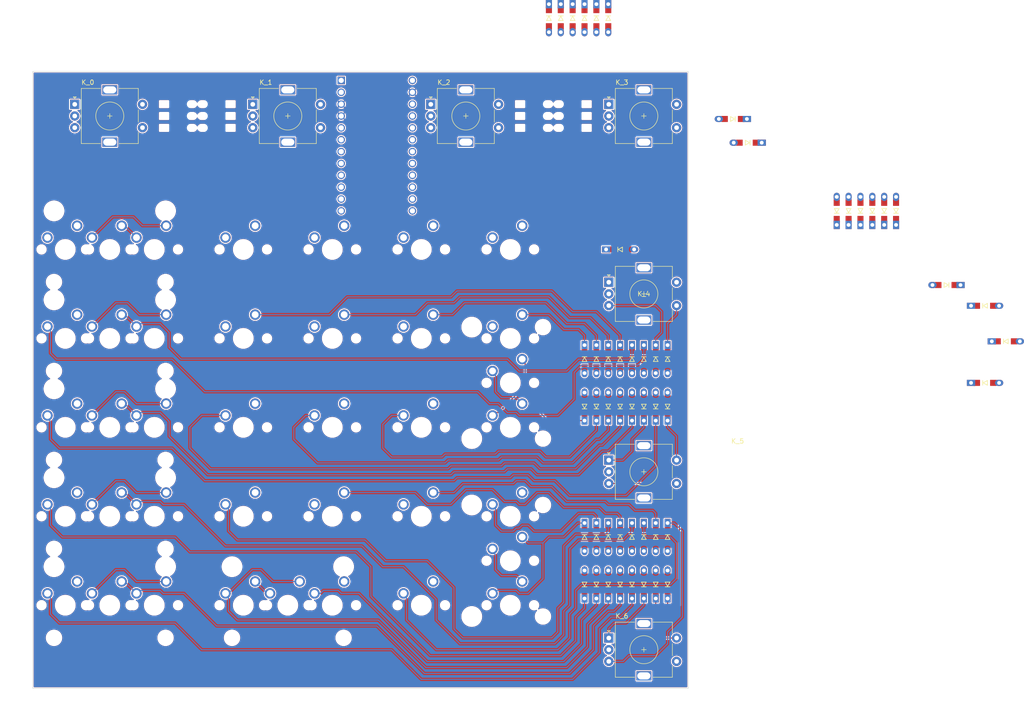
<source format=kicad_pcb>
(kicad_pcb (version 20211014) (generator pcbnew)
  (layers (0 "F.Cu" signal) (31 "B.Cu" signal) (34 "B.Paste" user) (35 "F.Paste" user) (36 "B.SilkS" user "B.Silkscreen") (37 "F.SilkS" user "F.Silkscreen") (38 "B.Mask" user) (39 "F.Mask" user) (44 "Edge.Cuts" user))
  (net 0 "")
  (net 86 "Net-(S_0_1-Pad1)")
  (net 87 "Net-(S_0_1-Pad2)")
  (net 93 "Net-(S_1_1-Pad1)")
  (net 94 "Net-(S_1_1-Pad2)")
  (net 96 "Net-(S_2_1-Pad1)")
  (net 97 "Net-(S_2_1-Pad2)")
  (net 101 "Net-(S_2_5-Pad1)")
  (net 102 "Net-(S_2_5-Pad2)")
  (net 104 "Net-(S_3_1-Pad1)")
  (net 105 "Net-(S_3_1-Pad2)")
  (net 108 "Net-(S_4_1-Pad1)")
  (net 109 "Net-(S_4_1-Pad2)")
  (net 110 "Net-(S_4_2-Pad1)")
  (net 111 "Net-(S_4_2-Pad2)")
  (net 114 "Net-(S_4_5-Pad1)")
  (net 115 "Net-(S_4_5-Pad2)")
  (net 116 "Net-(S_0_0-Pad1)")
  (net 117 "Net-(S_0_2-Pad1)")
  (net 118 "Net-(S_0_3-Pad1)")
  (net 119 "Net-(S_0_4-Pad1)")
  (net 120 "Net-(S_0_5-Pad1)")
  (net 121 "Net-(S_1_0-Pad1)")
  (net 122 "Net-(S_2_0-Pad1)")
  (net 123 "Net-(S_2_2-Pad1)")
  (net 124 "Net-(S_2_3-Pad1)")
  (net 125 "Net-(S_2_4-Pad1)")
  (net 126 "Net-(S_3_0-Pad1)")
  (net 127 "Net-(S_3_2-Pad1)")
  (net 128 "Net-(S_4_0-Pad1)")
  (net 129 "Net-(S_4_3-Pad1)")
  (net 130 "Net-(S_4_4-Pad1)")
  (net 131 "Net-(K_0-PadA)")
  (net 132 "Net-(K_1-PadA)")
  (net 133 "Net-(K_2-PadA)")
  (net 134 "Net-(K_3-PadA)")
  (net 135 "Net-(D_A_4-Pad1)")
  (net 136 "Net-(K_5-PadA)")
  (net 137 "Net-(K_6-PadA)")
  (net 138 "Net-(K_0-PadB)")
  (net 139 "Net-(K_1-PadB)")
  (net 140 "Net-(K_2-PadB)")
  (net 141 "Net-(K_3-PadB)")
  (net 142 "Net-(K_4-PadB)")
  (net 143 "Net-(K_5-PadB)")
  (net 144 "Net-(K_6-PadB)")
  (net 145 "Net-(K_0-PadS2)")
  (net 146 "Net-(K_1-PadS2)")
  (net 147 "Net-(K_2-PadS2)")
  (net 148 "Net-(K_3-PadS2)")
  (net 149 "Net-(D_S_4-Pad1)")
  (net 150 "Net-(K_6-PadS2)")
  (net 151 "Net-(D_3_5-Pad1)")
  (net 153 "GND")
  (net 154 "Net-(D_3_4-Pad1)")
  (net 156 "Net-(K_5-PadS2)")
  (net 158 "Net-(D_3_3-Pad1)")
  (net 161 "Net-(D_1_4-Pad1)")
  (net 162 "Net-(D_1_5-Pad1)")
  (net 165 "Net-(D_1_3-Pad1)")
  (net 167 "Net-(S_1_2-Pad2)")
  (footprint "kbd:D3_TH_SMD_v2" (layer "F.Cu") (at 168.91 100.33 90)
    (fp_text reference "D_4_0" hide)
    (fp_text value "D" hide)
  )
  (footprint "kbd:D3_TH_SMD_v2" (layer "F.Cu") (at 220.345 20.32 90)
    (fp_text reference "D_A_2" hide)
    (fp_text value "D" hide)
  )
  (footprint "kbd:D3_TH_SMD_v2" (layer "F.Cu") (at 161.29 62.23 90)
    (fp_text reference "D_2_4" hide)
    (fp_text value "D" hide)
  )
  (footprint "kbd:D3_TH_SMD_v2" (layer "F.Cu") (at 163.83 52.07 -90)
    (fp_text reference "D_1_3" hide)
    (fp_text value "D" hide)
  )
  (footprint "MX_Only:MXOnly-1U-NoLED" (layer "F.Cu") (at 66.675 104.775)
    (fp_text reference "S_4_1")
    (fp_text value "SW_Push_45deg")
  )
  (footprint "MX_Only:MXOnly-2U-NoSwitch" (layer "F.Cu") (at 95.25 104.775 180)
    (fp_text reference "H_4_2")
    (fp_text value "MountingHole")
  )
  (footprint "kbd:D3_TH_SMD_v2" (layer "F.Cu") (at 236.22 36.195 180)
    (fp_text reference "D_0_3" hide)
    (fp_text value "D" hide)
  )
  (footprint "MX_Only:MXOnly-2U-NoSwitch" (layer "F.Cu") (at 57.15 85.725 180)
    (fp_text reference "H_1_1")
    (fp_text value "MountingHole")
  )
  (footprint "kbd:D3_TH_SMD_v2" (layer "F.Cu") (at 176.53 52.07 -90)
    (fp_text reference "D_S_4" hide)
    (fp_text value "D" hide)
  )
  (footprint "kbd:D3_TH_SMD_v2" (layer "F.Cu") (at 158.75 100.33 90)
    (fp_text reference "D_3_0" hide)
    (fp_text value "D" hide)
  )
  (footprint "kbd:D3_TH_SMD_v2" (layer "F.Cu") (at 168.91 62.23 90)
    (fp_text reference "D_2_1" hide)
    (fp_text value "D" hide)
  )
  (footprint "kbd:D3_TH_SMD_v2" (layer "F.Cu") (at 151.13 -20.955 -90)
    (fp_text reference "D_S_3" hide)
    (fp_text value "D" hide)
  )
  (footprint "MX_Only:MXOnly-1U-NoLED" (layer "F.Cu") (at 142.875 57.15)
    (fp_text reference "S_2_5_1")
    (fp_text value "SW_Push_45deg")
  )
  (footprint "MX_Only:MXOnly-2U-NoSwitch" (layer "F.Cu") (at 142.875 57.15 -90)
    (fp_text reference "H_2_5")
    (fp_text value "MountingHole")
  )
  (footprint "kbd:D3_TH_SMD_v2" (layer "F.Cu") (at 166.37 100.33 90)
    (fp_text reference "D_4_1" hide)
    (fp_text value "D" hide)
  )
  (footprint "kbd:D3_TH_SMD_v2" (layer "F.Cu") (at 173.99 52.07 -90)
    (fp_text reference "D_B_4" hide)
    (fp_text value "D" hide)
  )
  (footprint "kbd:D3_TH_SMD_v2" (layer "F.Cu") (at 166.37 52.07 -90)
    (fp_text reference "D_1_2" hide)
    (fp_text value "D" hide)
  )
  (footprint "kbd:D3_TH_SMD_v2" (layer "F.Cu") (at 222.885 20.32 90)
    (fp_text reference "D_A_1" hide)
    (fp_text value "D" hide)
  )
  (footprint "Rotary_Encoder:RotaryEncoder_Alps_EC11E-Switch_Vertical_H20mm" (layer "F.Cu") (at 125.85108 -2.5)
    (fp_text reference "K_2")
    (fp_text value "RotaryEncoder_Switch")
  )
  (footprint "kbd:D3_TH_SMD_v2" (layer "F.Cu") (at 217.805 20.32 90)
    (fp_text reference "D_A_0" hide)
    (fp_text value "D" hide)
  )
  (footprint "kbd:D3_TH_SMD_v2" (layer "F.Cu") (at 156.21 -20.955 -90)
    (fp_text reference "D_B_0" hide)
    (fp_text value "D" hide)
  )
  (footprint "kbd:D3_TH_SMD_v2" (layer "F.Cu") (at 212.725 20.32 90)
    (fp_text reference "D_S_0" hide)
    (fp_text value "D" hide)
  )
  (footprint "kbd:D3_TH_SMD_v2" (layer "F.Cu") (at 166.37 28.575)
    (fp_text reference "D_A_4" hide)
    (fp_text value "D" hide)
  )
  (footprint "kbd:D3_TH_SMD_v2" (layer "F.Cu") (at 158.75 -20.955 -90)
    (fp_text reference "D_S_2" hide)
    (fp_text value "D" hide)
  )
  (footprint "kbd:D3_TH_SMD_v2" (layer "F.Cu") (at 161.29 52.07 -90)
    (fp_text reference "D_1_4" hide)
    (fp_text value "D" hide)
  )
  (footprint "MX_Only:MXOnly-1U-NoLED" (layer "F.Cu") (at 123.825 104.775)
    (fp_text reference "S_4_4")
    (fp_text value "SW_Push_45deg")
  )
  (footprint "Rotary_Encoder:RotaryEncoder_Alps_EC11E-Switch_Vertical_H20mm" (layer "F.Cu") (at 163.95108 73.7)
    (fp_text reference "K_5")
    (fp_text value "RotaryEncoder_Switch")
  )
  (footprint "MX_Only:MXOnly-1U-NoLED" (layer "F.Cu") (at 47.625 66.675)
    (fp_text reference "S_2_0")
    (fp_text value "SW_Push_45deg")
  )
  (footprint "MX_Only:MXOnly-1U-NoLED" (layer "F.Cu") (at 104.775 104.775)
    (fp_text reference "S_4_3")
    (fp_text value "SW_Push_45deg")
  )
  (footprint "MX_Only:MXOnly-1U-NoLED" (layer "F.Cu") (at 85.725 28.575)
    (fp_text reference "S_0_2")
    (fp_text value "SW_Push_45deg")
  )
  (footprint "kbd:D3_TH_SMD_v2" (layer "F.Cu") (at 168.91 90.17 -90)
    (fp_text reference "D_3_1" hide)
    (fp_text value "D" hide)
  )
  (footprint "kbd:D3_TH_SMD_v2" (layer "F.Cu") (at 215.265 20.32 90)
    (fp_text reference "D_A_3" hide)
    (fp_text value "D" hide)
  )
  (footprint "MX_Only:MXOnly-1U-NoLED" (layer "F.Cu") (at 47.625 47.625)
    (fp_text reference "S_1_0")
    (fp_text value "SW_Push_45deg")
  )
  (footprint "kbd:D3_TH_SMD_v2" (layer "F.Cu") (at 173.99 90.17 -90)
    (fp_text reference "D_3_4" hide)
    (fp_text value "D" hide)
  )
  (footprint "MX_Only:MXOnly-1U-NoLED" (layer "F.Cu") (at 123.825 28.575)
    (fp_text reference "S_0_4")
    (fp_text value "SW_Push_45deg")
  )
  (footprint "MX_Only:MXOnly-2U-NoSwitch" (layer "F.Cu") (at 57.15 47.625 180)
    (fp_text reference "H_2_1")
    (fp_text value "MountingHole")
  )
  (footprint "MX_Only:MXOnly-1U-NoLED" (layer "F.Cu") (at 95.25 104.775)
    (fp_text reference "S_4_2_1")
    (fp_text value "SW_Push_45deg")
  )
  (footprint "MX_Only:MXOnly-1U-NoLED" (layer "F.Cu") (at 142.875 28.575)
    (fp_text reference "S_0_5")
    (fp_text value "SW_Push_45deg")
  )
  (footprint "kbd:D3_TH_SMD_v2" (layer "F.Cu") (at 168.91 52.07 -90)
    (fp_text reference "D_1_1" hide)
    (fp_text value "D" hide)
  )
  (footprint "MX_Only:MXOnly-1U-NoLED" (layer "F.Cu") (at 104.775 85.725)
    (fp_text reference "S_3_3")
    (fp_text value "SW_Push_45deg")
  )
  (footprint "MX_Only:MXOnly-1U-NoLED" (layer "F.Cu") (at 123.825 85.725)
    (fp_text reference "S_3_4")
    (fp_text value "SW_Push_45deg")
  )
  (footprint "kbd:D3_TH_SMD_v2" (layer "F.Cu") (at 244.475 40.64)
    (fp_text reference "D_0_2" hide)
    (fp_text value "D" hide)
  )
  (footprint "Rotary_Encoder:RotaryEncoder_Alps_EC11E-Switch_Vertical_H20mm" (layer "F.Cu") (at 49.65108 -2.5)
    (fp_text reference "K_0")
    (fp_text value "RotaryEncoder_Switch")
  )
  (footprint "kbd:D3_TH_SMD_v2" (layer "F.Cu") (at 158.75 90.17 -90)
    (fp_text reference "D_4_5" hide)
    (fp_text value "D" hide)
  )
  (footprint "MX_Only:MXOnly-1U-NoLED" (layer "F.Cu") (at 85.725 85.725)
    (fp_text reference "S_3_2")
    (fp_text value "SW_Push_45deg")
  )
  (footprint "MX_Only:MXOnly-1U-NoLED" (layer "F.Cu") (at 142.875 66.675)
    (fp_text reference "S_2_5")
    (fp_text value "SW_Push_45deg")
  )
  (footprint "kbd:D3_TH_SMD_v2" (layer "F.Cu") (at 158.75 52.07 -90)
    (fp_text reference "D_1_5" hide)
    (fp_text value "D" hide)
  )
  (footprint "MX_Only:MXOnly-1U-NoLED" (layer "F.Cu") (at 142.875 104.775)
    (fp_text reference "S_4_5")
    (fp_text value "SW_Push_45deg")
  )
  (footprint "kbd:D3_TH_SMD_v2" (layer "F.Cu") (at 244.475 57.15)
    (fp_text reference "D_0_0" hide)
    (fp_text value "D" hide)
  )
  (footprint "kbd:D3_TH_SMD_v2" (layer "F.Cu") (at 171.45 62.23 90)
    (fp_text reference "D_A_5" hide)
    (fp_text value "D" hide)
  )
  (footprint "kbd:D3_TH_SMD_v2" (layer "F.Cu") (at 153.67 -20.955 -90)
    (fp_text reference "D_B_3" hide)
    (fp_text value "D" hide)
  )
  (footprint "MX_Only:MXOnly-1U-NoLED" (layer "F.Cu") (at 47.625 85.725)
    (fp_text reference "S_3_0")
    (fp_text value "SW_Push_45deg")
  )
  (footprint "kbd:D3_TH_SMD_v2" (layer "F.Cu") (at 193.675 5.715 180)
    (fp_text reference "D_0_4" hide)
    (fp_text value "D" hide)
  )
  (footprint "MX_Only:MXOnly-1U-NoLED" (layer "F.Cu") (at 57.15 28.575)
    (fp_text reference "S_0_1_1")
    (fp_text value "SW_Push_45deg")
  )
  (footprint "MX_Only:MXOnly-2U-NoSwitch" (layer "F.Cu") (at 142.875 95.25 -90)
    (fp_text reference "H_4_5")
    (fp_text value "MountingHole")
  )
  (footprint "kbd:D3_TH_SMD_v2" (layer "F.Cu") (at 163.83 -20.955 -90)
    (fp_text reference "D_B_2" hide)
    (fp_text value "D" hide)
  )
  (footprint "MX_Only:MXOnly-2U-NoSwitch" (layer "F.Cu") (at 57.15 28.575 180)
    (fp_text reference "H_0_1")
    (fp_text value "MountingHole")
  )
  (footprint "MX_Only:MXOnly-1U-NoLED" (layer "F.Cu") (at 85.725 47.625)
    (fp_text reference "S_1_2")
    (fp_text value "SW_Push_45deg")
  )
  (footprint "kbd:D3_TH_SMD_v2" (layer "F.Cu") (at 161.29 90.17 -90)
    (fp_text reference "D_3_5" hide)
    (fp_text value "D" hide)
  )
  (footprint "kbd:D3_TH_SMD_v2" (layer "F.Cu") (at 171.45 100.33 90)
    (fp_text reference "D_A_6" hide)
    (fp_text value "D" hide)
  )
  (footprint "MX_Only:MXOnly-1U-NoLED" (layer "F.Cu") (at 85.725 104.775)
    (fp_text reference "S_4_2")
    (fp_text value "SW_Push_45deg")
  )
  (footprint "kbd:D3_TH_SMD_v2" (layer "F.Cu") (at 176.53 90.17 -90)
    (fp_text reference "D_B_6" hide)
    (fp_text value "D" hide)
  )
  (footprint "Rotary_Encoder:RotaryEncoder_Alps_EC11E-Switch_Vertical_H20mm" (layer "F.Cu") (at 163.95108 35.6)
    (fp_text reference "K_4")
    (fp_text value "RotaryEncoder_Switch")
  )
  (footprint "MX_Only:MXOnly-1U-NoLED" (layer "F.Cu") (at 142.875 95.25)
    (fp_text reference "S_4_5_1")
    (fp_text value "SW_Push_45deg")
  )
  (footprint "MX_Only:MXOnly-1U-NoLED" (layer "F.Cu") (at 85.725 66.675)
    (fp_text reference "S_2_2")
    (fp_text value "SW_Push_45deg")
  )
  (footprint "kbd:D3_TH_SMD_v2" (layer "F.Cu") (at 190.5 0.635 180)
    (fp_text reference "D_0_5" hide)
    (fp_text value "D" hide)
  )
  (footprint "kbd:D3_TH_SMD_v2" (layer "F.Cu") (at 176.53 62.23 90)
    (fp_text reference "D_S_5" hide)
    (fp_text value "D" hide)
  )
  (footprint "kbd:D3_TH_SMD_v2" (layer "F.Cu") (at 248.92 48.26)
    (fp_text reference "D_0_1" hide)
    (fp_text value "D" hide)
  )
  (footprint "kbd:D3_TH_SMD_v2" (layer "F.Cu") (at 176.53 100.33 90)
    (fp_text reference "D_B_5" hide)
    (fp_text value "D" hide)
  )
  (footprint "MX_Only:MXOnly-1U-NoLED" (layer "F.Cu") (at 66.675 28.575)
    (fp_text reference "S_0_1")
    (fp_text value "SW_Push_45deg")
  )
  (footprint "MX_Only:MXOnly-1U-NoLED" (layer "F.Cu") (at 66.675 47.625)
    (fp_text reference "S_1_1")
    (fp_text value "SW_Push_45deg")
  )
  (footprint "kbd:D3_TH_SMD_v2" (layer "F.Cu") (at 225.425 20.32 90)
    (fp_text reference "D_S_1" hide)
    (fp_text value "D" hide)
  )
  (footprint "kbd:D3_TH_SMD_v2" (layer "F.Cu") (at 163.83 62.23 90)
    (fp_text reference "D_2_3" hide)
    (fp_text value "D" hide)
  )
  (footprint "kbd:D3_TH_SMD_v2" (layer "F.Cu") (at 163.83 100.33 90)
    (fp_text reference "D_4_2" hide)
    (fp_text value "D" hide)
  )
  (footprint "MX_Only:MXOnly-1U-NoLED" (layer "F.Cu") (at 57.15 47.625)
    (fp_text reference "S_1_1_1")
    (fp_text value "SW_Push_45deg")
  )
  (footprint "Rotary_Encoder:RotaryEncoder_Alps_EC11E-Switch_Vertical_H20mm" (layer "F.Cu") (at 87.75108 -2.5)
    (fp_text reference "K_1")
    (fp_text value "RotaryEncoder_Switch")
  )
  (footprint "MX_Only:MXOnly-1U-NoLED" (layer "F.Cu") (at 123.825 66.675)
    (fp_text reference "S_2_4")
    (fp_text value "SW_Push_45deg")
  )
  (footprint "MX_Only:MXOnly-1U-NoLED" (layer "F.Cu") (at 66.675 85.725)
    (fp_text reference "S_3_1")
    (fp_text value "SW_Push_45deg")
  )
  (footprint "MX_Only:MXOnly-1U-NoLED" (layer "F.Cu") (at 57.15 66.675)
    (fp_text reference "S_2_1_1")
    (fp_text value "SW_Push_45deg")
  )
  (footprint "MX_Only:MXOnly-1U-NoLED" (layer "F.Cu") (at 57.15 85.725)
    (fp_text reference "S_3_1_1")
    (fp_text value "SW_Push_45deg")
  )
  (footprint "MX_Only:MXOnly-1U-NoLED" (layer "F.Cu") (at 104.775 28.575)
    (fp_text reference "S_0_3")
    (fp_text value "SW_Push_45deg")
  )
  (footprint "kbd:D3_TH_SMD_v2" (layer "F.Cu") (at 173.99 62.23 90)
    (fp_text reference "D_2_0" hide)
    (fp_text value "D" hide)
  )
  (footprint "kbd:D3_TH_SMD_v2" (layer "F.Cu") (at 166.37 62.23 90)
    (fp_text reference "D_2_2" hide)
    (fp_text value "D" hide)
  )
  (footprint "promicro:ProMicro-NoSilk" (layer "F.Cu") (at 114.3 6.35 -90)
    (fp_text reference "Controller_0" hide)
    (fp_text value "ProMicro")
  )
  (footprint "MX_Only:MXOnly-1U-NoLED" (layer "F.Cu") (at 142.875 47.625)
    (fp_text reference "S_1_5")
    (fp_text value "SW_Push_45deg")
  )
  (footprint "kbd:D3_TH_SMD_v2" (layer "F.Cu") (at 171.45 90.17 -90)
    (fp_text reference "D_4_4" hide)
    (fp_text value "D" hide)
  )
  (footprint "kbd:D3_TH_SMD_v2" (layer "F.Cu") (at 173.99 100.33 90)
    (fp_text reference "D_S_6" hide)
    (fp_text value "D" hide)
  )
  (footprint "kbd:D3_TH_SMD_v2" (layer "F.Cu") (at 166.37 90.17 -90)
    (fp_text reference "D_3_3" hide)
    (fp_text value "D" hide)
  )
  (footprint "MX_Only:MXOnly-1U-NoLED" (layer "F.Cu") (at 123.825 47.625)
    (fp_text reference "S_1_4")
    (fp_text value "SW_Push_45deg")
  )
  (footprint "MX_Only:MXOnly-1U-NoLED" (layer "F.Cu") (at 142.875 85.725)
    (fp_text reference "S_3_5")
    (fp_text value "SW_Push_45deg")
  )
  (footprint "kbd:D3_TH_SMD_v2" (layer "F.Cu") (at 163.83 90.17 -90)
    (fp_text reference "D_3_2" hide)
    (fp_text value "D" hide)
  )
  (footprint "Rotary_Encoder:RotaryEncoder_Alps_EC11E-Switch_Vertical_H20mm" (layer "F.Cu") (at 163.95108 111.8)
    (fp_text reference "K_6")
    (fp_text value "RotaryEncoder_Switch")
  )
  (footprint "MX_Only:MXOnly-1U-NoLED" (layer "F.Cu") (at 47.625 28.575)
    (fp_text reference "S_0_0")
    (fp_text value "SW_Push_45deg")
  )
  (footprint "MX_Only:MXOnly-1U-NoLED" (layer "F.Cu") (at 57.15 104.775)
    (fp_text reference "S_4_1_1")
    (fp_text value "SW_Push_45deg")
  )
  (footprint "Rotary_Encoder:RotaryEncoder_Alps_EC11E-Switch_Vertical_H20mm" (layer "F.Cu") (at 163.95108 -2.5)
    (fp_text reference "K_3")
    (fp_text value "RotaryEncoder_Switch")
  )
  (footprint "kbd:D3_TH_SMD_v2" (layer "F.Cu") (at 161.29 -20.955 -90)
    (fp_text reference "D_B_1" hide)
    (fp_text value "D" hide)
  )
  (footprint "MX_Only:MXOnly-1U-NoLED" (layer "F.Cu") (at 47.625 104.775)
    (fp_text reference "S_4_0")
    (fp_text value "SW_Push_45deg")
  )
  (footprint "kbd:D3_TH_SMD_v2" (layer "F.Cu") (at 158.75 62.23 90)
    (fp_text reference "D_2_5" hide)
    (fp_text value "D" hide)
  )
  (footprint "MX_Only:MXOnly-1U-NoLED" (layer "F.Cu") (at 104.775 66.675)
    (fp_text reference "S_2_3")
    (fp_text value "SW_Push_45deg")
  )
  (footprint "MX_Only:MXOnly-2U-NoSwitch" (layer "F.Cu") (at 57.15 66.675 180)
    (fp_text reference "H_3_1")
    (fp_text value "MountingHole")
  )
  (footprint "MX_Only:MXOnly-1U-NoLED" (layer "F.Cu") (at 66.675 66.675)
    (fp_text reference "S_2_1")
    (fp_text value "SW_Push_45deg")
  )
  (footprint "kbd:D3_TH_SMD_v2" (layer "F.Cu") (at 161.29 100.33 90)
    (fp_text reference "D_4_3" hide)
    (fp_text value "D" hide)
  )
  (footprint "MX_Only:MXOnly-1U-NoLED" (layer "F.Cu") (at 104.775 47.625)
    (fp_text reference "S_1_3")
    (fp_text value "SW_Push_45deg")
  )
  (footprint "MX_Only:MXOnly-2U-NoSwitch" (layer "F.Cu") (at 57.15 104.775 180)
    (fp_text reference "H_4_1")
    (fp_text value "MountingHole")
  )
  (footprint "kbd:D3_TH_SMD_v2" (layer "F.Cu") (at 171.45 52.07 -90)
    (fp_text reference "D_1_0" hide)
    (fp_text value "D" hide)
  )
  (gr_rect (start 180.975 122.555) (end 40.64 -9.525) (layer "Edge.Cuts") (width 0.1) (fill none))
  (segment (start 59.69 23.495) (end 60.325 23.495) (width 0.2286) (layer "B.Cu") (net 86))
  (segment (start 60.325 23.495) (end 62.865 26.035) (width 0.2286) (layer "B.Cu") (net 86))
  (segment (start 64.135 23.495) (end 69.215 23.495) (width 0.2286) (layer "B.Cu") (net 87))
  (segment (start 57.785 21.59) (end 62.23 21.59) (width 0.2286) (layer "B.Cu") (net 87))
  (segment (start 53.34 26.035) (end 57.785 21.59) (width 0.2286) (layer "B.Cu") (net 87))
  (segment (start 62.23 21.59) (end 64.135 23.495) (width 0.2286) (layer "B.Cu") (net 87))
  (segment (start 67.945 44.45) (end 69.85 46.355) (width 0.2286) (layer "B.Cu") (net 93))
  (segment (start 69.85 46.355) (end 69.85 49.53) (width 0.2286) (layer "B.Cu") (net 93))
  (segment (start 142.24 52.07) (end 144.78 54.61) (width 0.2286) (layer "B.Cu") (net 93))
  (segment (start 168.91 51.435) (end 168.91 49.07) (width 0.2286) (layer "B.Cu") (net 93))
  (segment (start 72.39 52.07) (end 142.24 52.07) (width 0.2286) (layer "B.Cu") (net 93))
  (segment (start 63.5 44.45) (end 67.945 44.45) (width 0.2286) (layer "B.Cu") (net 93))
  (segment (start 154.94 54.61) (end 157.48 52.07) (width 0.2286) (layer "B.Cu") (net 93))
  (segment (start 62.865 45.085) (end 63.5 44.45) (width 0.2286) (layer "B.Cu") (net 93))
  (segment (start 144.78 54.61) (end 154.94 54.61) (width 0.2286) (layer "B.Cu") (net 93))
  (segment (start 69.85 49.53) (end 72.39 52.07) (width 0.2286) (layer "B.Cu") (net 93))
  (segment (start 60.325 42.545) (end 62.865 45.085) (width 0.2286) (layer "B.Cu") (net 93))
  (segment (start 59.69 42.545) (end 60.325 42.545) (width 0.2286) (layer "B.Cu") (net 93))
  (segment (start 157.48 52.07) (end 168.275 52.07) (width 0.2286) (layer "B.Cu") (net 93))
  (segment (start 168.275 52.07) (end 168.91 51.435) (width 0.2286) (layer "B.Cu") (net 93))
  (segment (start 53.34 45.085) (end 58.42 40.005) (width 0.2286) (layer "B.Cu") (net 94))
  (segment (start 60.96 40.005) (end 63.5 42.545) (width 0.2286) (layer "B.Cu") (net 94))
  (segment (start 63.5 42.545) (end 69.215 42.545) (width 0.2286) (layer "B.Cu") (net 94))
  (segment (start 58.42 40.005) (end 60.96 40.005) (width 0.2286) (layer "B.Cu") (net 94))
  (segment (start 148.59 76.835) (end 157.48 76.835) (width 0.2286) (layer "B.Cu") (net 96))
  (segment (start 69.85 65.405) (end 69.85 68.58) (width 0.2286) (layer "B.Cu") (net 96))
  (segment (start 130.81 76.2) (end 141.605 76.2) (width 0.2286) (layer "B.Cu") (net 96))
  (segment (start 78.105 76.835) (end 130.175 76.835) (width 0.2286) (layer "B.Cu") (net 96))
  (segment (start 141.605 76.2) (end 142.24 75.565) (width 0.2286) (layer "B.Cu") (net 96))
  (segment (start 147.32 75.565) (end 148.59 76.835) (width 0.2286) (layer "B.Cu") (net 96))
  (segment (start 62.865 64.135) (end 63.5 63.5) (width 0.2286) (layer "B.Cu") (net 96))
  (segment (start 162.56 71.755) (end 163.83 71.755) (width 0.2286) (layer "B.Cu") (net 96))
  (segment (start 59.69 61.595) (end 60.325 61.595) (width 0.2286) (layer "B.Cu") (net 96))
  (segment (start 168.91 66.675) (end 168.91 65.23) (width 0.2286) (layer "B.Cu") (net 96))
  (segment (start 142.24 75.565) (end 147.32 75.565) (width 0.2286) (layer "B.Cu") (net 96))
  (segment (start 69.85 68.58) (end 78.105 76.835) (width 0.2286) (layer "B.Cu") (net 96))
  (segment (start 163.83 71.755) (end 168.91 66.675) (width 0.2286) (layer "B.Cu") (net 96))
  (segment (start 130.175 76.835) (end 130.81 76.2) (width 0.2286) (layer "B.Cu") (net 96))
  (segment (start 157.48 76.835) (end 162.56 71.755) (width 0.2286) (layer "B.Cu") (net 96))
  (segment (start 63.5 63.5) (end 67.945 63.5) (width 0.2286) (layer "B.Cu") (net 96))
  (segment (start 67.945 63.5) (end 69.85 65.405) (width 0.2286) (layer "B.Cu") (net 96))
  (segment (start 60.325 61.595) (end 62.865 64.135) (width 0.2286) (layer "B.Cu") (net 96))
  (segment (start 58.42 59.055) (end 60.325 59.055) (width 0.2286) (layer "B.Cu") (net 97))
  (segment (start 60.325 59.055) (end 62.865 61.595) (width 0.2286) (layer "B.Cu") (net 97))
  (segment (start 53.34 64.135) (end 58.42 59.055) (width 0.2286) (layer "B.Cu") (net 97))
  (segment (start 62.865 61.595) (end 69.215 61.595) (width 0.2286) (layer "B.Cu") (net 97))
  (segment (start 146.05 58.42) (end 147.955 60.325) (width 0.2286) (layer "F.Cu") (net 101))
  (segment (start 146.05 52.705) (end 146.05 58.42) (width 0.2286) (layer "F.Cu") (net 101))
  (segment (start 139.065 64.135) (end 139.7 63.5) (width 0.2286) (layer "F.Cu") (net 101))
  (segment (start 147.955 62.23) (end 149.86 64.135) (width 0.2286) (layer "F.Cu") (net 101))
  (segment (start 144.78 59.69) (end 146.05 58.42) (width 0.2286) (layer "F.Cu") (net 101))
  (segment (start 145.415 52.07) (end 146.05 52.705) (width 0.2286) (layer "F.Cu") (net 101))
  (segment (start 144.145 59.69) (end 144.78 59.69) (width 0.2286) (layer "F.Cu") (net 101))
  (segment (start 147.955 60.325) (end 147.955 62.23) (width 0.2286) (layer "F.Cu") (net 101))
  (segment (start 150.955 65.23) (end 158.75 65.23) (width 0.2286) (layer "F.Cu") (net 101))
  (segment (start 149.86 64.135) (end 150.955 65.23) (width 0.2286) (layer "F.Cu") (net 101))
  (segment (start 139.7 63.5) (end 140.335 63.5) (width 0.2286) (layer "F.Cu") (net 101))
  (segment (start 140.335 63.5) (end 144.145 59.69) (width 0.2286) (layer "F.Cu") (net 101))
  (segment (start 139.065 54.61) (end 139.7 55.245) (width 0.2286) (layer "B.Cu") (net 102))
  (segment (start 140.97 60.325) (end 144.145 60.325) (width 0.2286) (layer "B.Cu") (net 102))
  (segment (start 139.7 55.245) (end 139.7 59.055) (width 0.2286) (layer "B.Cu") (net 102))
  (segment (start 144.145 60.325) (end 145.415 61.595) (width 0.2286) (layer "B.Cu") (net 102))
  (segment (start 139.7 59.055) (end 140.97 60.325) (width 0.2286) (layer "B.Cu") (net 102))
  (segment (start 63.5 82.55) (end 67.945 82.55) (width 0.2286) (layer "B.Cu") (net 104))
  (segment (start 168.91 88.9) (end 168.91 87.17) (width 0.2286) (layer "B.Cu") (net 104))
  (segment (start 60.325 80.645) (end 62.865 83.185) (width 0.2286) (layer "B.Cu") (net 104))
  (segment (start 120.015 96.52) (end 127 103.505) (width 0.2286) (layer "B.Cu") (net 104))
  (segment (start 68.58 83.185) (end 73.025 83.185) (width 0.2286) (layer "B.Cu") (net 104))
  (segment (start 127 103.505) (end 127 107.95) (width 0.2286) (layer "B.Cu") (net 104))
  (segment (start 154.305 106.045) (end 155.575 104.775) (width 0.2286) (layer "B.Cu") (net 104))
  (segment (start 155.575 104.775) (end 155.575 92.71) (width 0.2286) (layer "B.Cu") (net 104))
  (segment (start 154.305 111.125) (end 154.305 106.045) (width 0.2286) (layer "B.Cu") (net 104))
  (segment (start 155.575 92.71) (end 157.48 90.805) (width 0.2286) (layer "B.Cu") (net 104))
  (segment (start 167.005 90.805) (end 168.91 88.9) (width 0.2286) (layer "B.Cu") (net 104))
  (segment (start 62.865 83.185) (end 63.5 82.55) (width 0.2286) (layer "B.Cu") (net 104))
  (segment (start 132.08 113.03) (end 152.4 113.03) (width 0.2286) (layer "B.Cu") (net 104))
  (segment (start 59.69 80.645) (end 60.325 80.645) (width 0.2286) (layer "B.Cu") (net 104))
  (segment (start 111.125 92.075) (end 115.57 96.52) (width 0.2286) (layer "B.Cu") (net 104))
  (segment (start 152.4 113.03) (end 154.305 111.125) (width 0.2286) (layer "B.Cu") (net 104))
  (segment (start 73.025 83.185) (end 81.915 92.075) (width 0.2286) (layer "B.Cu") (net 104))
  (segment (start 127 107.95) (end 132.08 113.03) (width 0.2286) (layer "B.Cu") (net 104))
  (segment (start 67.945 82.55) (end 68.58 83.185) (width 0.2286) (layer "B.Cu") (net 104))
  (segment (start 157.48 90.805) (end 167.005 90.805) (width 0.2286) (layer "B.Cu") (net 104))
  (segment (start 81.915 92.075) (end 111.125 92.075) (width 0.2286) (layer "B.Cu") (net 104))
  (segment (start 115.57 96.52) (end 120.015 96.52) (width 0.2286) (layer "B.Cu") (net 104))
  (segment (start 58.42 78.105) (end 60.325 78.105) (width 0.2286) (layer "B.Cu") (net 105))
  (segment (start 53.34 83.185) (end 58.42 78.105) (width 0.2286) (layer "B.Cu") (net 105))
  (segment (start 60.325 78.105) (end 62.865 80.645) (width 0.2286) (layer "B.Cu") (net 105))
  (segment (start 62.865 80.645) (end 69.215 80.645) (width 0.2286) (layer "B.Cu") (net 105))
  (segment (start 59.69 99.695) (end 60.325 99.695) (width 0.2286) (layer "B.Cu") (net 108))
  (segment (start 124.46 119.38) (end 155.575 119.38) (width 0.2286) (layer "B.Cu") (net 108))
  (segment (start 165.1 106.045) (end 166.37 104.775) (width 0.2286) (layer "B.Cu") (net 108))
  (segment (start 155.575 119.38) (end 160.655 114.3) (width 0.2286) (layer "B.Cu") (net 108))
  (segment (start 80.01 109.22) (end 114.3 109.22) (width 0.2286) (layer "B.Cu") (net 108))
  (segment (start 63.5 101.6) (end 67.945 101.6) (width 0.2286) (layer "B.Cu") (net 108))
  (segment (start 160.655 114.3) (end 160.655 109.22) (width 0.2286) (layer "B.Cu") (net 108))
  (segment (start 166.37 104.775) (end 166.37 103.33) (width 0.2286) (layer "B.Cu") (net 108))
  (segment (start 73.025 102.235) (end 80.01 109.22) (width 0.2286) (layer "B.Cu") (net 108))
  (segment (start 62.865 102.235) (end 63.5 101.6) (width 0.2286) (layer "B.Cu") (net 108))
  (segment (start 67.945 101.6) (end 68.58 102.235) (width 0.2286) (layer "B.Cu") (net 108))
  (segment (start 60.325 99.695) (end 62.865 102.235) (width 0.2286) (layer "B.Cu") (net 108))
  (segment (start 114.3 109.22) (end 124.46 119.38) (width 0.2286) (layer "B.Cu") (net 108))
  (segment (start 163.83 106.045) (end 165.1 106.045) (width 0.2286) (layer "B.Cu") (net 108))
  (segment (start 68.58 102.235) (end 73.025 102.235) (width 0.2286) (layer "B.Cu") (net 108))
  (segment (start 160.655 109.22) (end 163.83 106.045) (width 0.2286) (layer "B.Cu") (net 108))
  (segment (start 53.34 102.235) (end 58.42 97.155) (width 0.2286) (layer "B.Cu") (net 109))
  (segment (start 58.42 97.155) (end 60.325 97.155) (width 0.2286) (layer "B.Cu") (net 109))
  (segment (start 62.865 99.695) (end 69.215 99.695) (width 0.2286) (layer "B.Cu") (net 109))
  (segment (start 60.325 97.155) (end 62.865 99.695) (width 0.2286) (layer "B.Cu") (net 109))
  (segment (start 81.915 102.235) (end 82.55 102.87) (width 0.2286) (layer "B.Cu") (net 110))
  (segment (start 84.455 107.95) (end 114.6175 107.95) (width 0.2286) (layer "B.Cu") (net 110))
  (segment (start 92.075 99.695) (end 89.535 97.155) (width 0.2286) (layer "B.Cu") (net 110))
  (segment (start 82.55 102.87) (end 82.55 106.045) (width 0.2286) (layer "B.Cu") (net 110))
  (segment (start 124.7775 118.11) (end 154.94 118.11) (width 0.2286) (layer "B.Cu") (net 110))
  (segment (start 89.535 97.155) (end 87.63 97.155) (width 0.2286) (layer "B.Cu") (net 110))
  (segment (start 163.83 104.4575) (end 163.83 103.33) (width 0.2286) (layer "B.Cu") (net 110))
  (segment (start 114.6175 107.95) (end 124.7775 118.11) (width 0.2286) (layer "B.Cu") (net 110))
  (segment (start 159.385 113.665) (end 159.385 108.9025) (width 0.2286) (layer "B.Cu") (net 110))
  (segment (start 154.94 118.11) (end 159.385 113.665) (width 0.2286) (layer "B.Cu") (net 110))
  (segment (start 82.55 102.235) (end 81.915 102.235) (width 0.2286) (layer "B.Cu") (net 110))
  (segment (start 82.55 106.045) (end 84.455 107.95) (width 0.2286) (layer "B.Cu") (net 110))
  (segment (start 87.63 97.155) (end 82.55 102.235) (width 0.2286) (layer "B.Cu") (net 110))
  (segment (start 159.385 108.9025) (end 163.83 104.4575) (width 0.2286) (layer "B.Cu") (net 110))
  (segment (start 97.79 99.695) (end 92.075 99.695) (width 0.2286) (layer "B.Cu") (net 110))
  (segment (start 90.805 102.235) (end 88.265 99.695) (width 0.2286) (layer "B.Cu") (net 111))
  (segment (start 91.44 102.235) (end 90.805 102.235) (width 0.2286) (layer "B.Cu") (net 111))
  (segment (start 146.685 102.235) (end 144.78 102.235) (width 0.2286) (layer "B.Cu") (net 114))
  (segment (start 149.86 91.44) (end 149.86 99.06) (width 0.2286) (layer "B.Cu") (net 114))
  (segment (start 139.7 101.6) (end 139.065 102.235) (width 0.2286) (layer "B.Cu") (net 114))
  (segment (start 144.78 102.235) (end 144.145 101.6) (width 0.2286) (layer "B.Cu") (net 114))
  (segment (start 149.86 99.06) (end 146.685 102.235) (width 0.2286) (layer "B.Cu") (net 114))
  (segment (start 157.305 87.17) (end 154.305 90.17) (width 0.2286) (layer "B.Cu") (net 114))
  (segment (start 145.415 90.17) (end 146.685 91.44) (width 0.2286) (layer "B.Cu") (net 114))
  (segment (start 151.13 90.17) (end 149.86 91.44) (width 0.2286) (layer "B.Cu") (net 114))
  (segment (start 146.685 91.44) (end 149.86 91.44) (width 0.2286) (layer "B.Cu") (net 114))
  (segment (start 144.145 101.6) (end 139.7 101.6) (width 0.2286) (layer "B.Cu") (net 114))
  (segment (start 158.75 87.17) (end 157.305 87.17) (width 0.2286) (layer "B.Cu") (net 114))
  (segment (start 154.305 90.17) (end 151.13 90.17) (width 0.2286) (layer "B.Cu") (net 114))
  (segment (start 139.065 93.345) (end 139.7 93.98) (width 0.2286) (layer "B.Cu") (net 115))
  (segment (start 139.065 92.71) (end 139.065 93.345) (width 0.2286) (layer "B.Cu") (net 115))
  (segment (start 144.145 98.425) (end 145.415 99.695) (width 0.2286) (layer "B.Cu") (net 115))
  (segment (start 140.97 98.425) (end 144.145 98.425) (width 0.2286) (layer "B.Cu") (net 115))
  (segment (start 139.7 93.98) (end 139.7 97.155) (width 0.2286) (layer "B.Cu") (net 115))
  (segment (start 139.7 97.155) (end 140.97 98.425) (width 0.2286) (layer "B.Cu") (net 115))
  (segment (start 45.72 52.07) (end 44.45 50.8) (width 0.2286) (layer "B.Cu") (net 121))
  (segment (start 140.335 61.595) (end 138.43 61.595) (width 0.2286) (layer "B.Cu") (net 121))
  (segment (start 70.485 52.07) (end 45.72 52.07) (width 0.2286) (layer "B.Cu") (net 121))
  (segment (start 158.115 53.34) (end 156.5275 54.9275) (width 0.2286) (layer "B.Cu") (net 121))
  (segment (start 171.45 52.07) (end 170.18 53.34) (width 0.2286) (layer "B.Cu") (net 121))
  (segment (start 138.43 61.595) (end 135.89 59.055) (width 0.2286) (layer "B.Cu") (net 121))
  (segment (start 156.5275 60.6425) (end 153.035 64.135) (width 0.2286) (layer "B.Cu") (net 121))
  (segment (start 144.78 64.135) (end 144.145 63.5) (width 0.2286) (layer "B.Cu") (net 121))
  (segment (start 144.145 63.5) (end 142.24 63.5) (width 0.2286) (layer "B.Cu") (net 121))
  (segment (start 142.24 63.5) (end 140.335 61.595) (width 0.2286) (layer "B.Cu") (net 121))
  (segment (start 44.45 45.72) (end 43.815 45.085) (width 0.2286) (layer "B.Cu") (net 121))
  (segment (start 153.035 64.135) (end 144.78 64.135) (width 0.2286) (layer "B.Cu") (net 121))
  (segment (start 156.5275 54.9275) (end 156.5275 60.6425) (width 0.2286) (layer "B.Cu") (net 121))
  (segment (start 44.45 50.8) (end 44.45 45.72) (width 0.2286) (layer "B.Cu") (net 121))
  (segment (start 170.18 53.34) (end 158.115 53.34) (width 0.2286) (layer "B.Cu") (net 121))
  (segment (start 171.45 49.07) (end 171.45 52.07) (width 0.2286) (layer "B.Cu") (net 121))
  (segment (start 135.89 59.055) (end 77.47 59.055) (width 0.2286) (layer "B.Cu") (net 121))
  (segment (start 77.47 59.055) (end 70.485 52.07) (width 0.2286) (layer "B.Cu") (net 121))
  (segment (start 173.99 74.93) (end 167.64 81.28) (width 0.2286) (layer "B.Cu") (net 122))
  (segment (start 131.445 77.47) (end 130.81 78.105) (width 0.2286) (layer "B.Cu") (net 122))
  (segment (start 152.4 78.105) (end 147.955 78.105) (width 0.2286) (layer "B.Cu") (net 122))
  (segment (start 147.955 78.105) (end 146.685 76.835) (width 0.2286) (layer "B.Cu") (net 122))
  (segment (start 155.575 81.28) (end 152.4 78.105) (width 0.2286) (layer "B.Cu") (net 122))
  (segment (start 43.815 64.77) (end 43.815 64.135) (width 0.2286) (layer "B.Cu") (net 122))
  (segment (start 77.47 78.105) (end 70.485 71.12) (width 0.2286) (layer "B.Cu") (net 122))
  (segment (start 143.51 76.835) (end 142.875 77.47) (width 0.2286) (layer "B.Cu") (net 122))
  (segment (start 146.685 76.835) (end 143.51 76.835) (width 0.2286) (layer "B.Cu") (net 122))
  (segment (start 70.485 71.12) (end 46.355 71.12) (width 0.2286) (layer "B.Cu") (net 122))
  (segment (start 130.81 78.105) (end 77.47 78.105) (width 0.2286) (layer "B.Cu") (net 122))
  (segment (start 167.64 81.28) (end 155.575 81.28) (width 0.2286) (layer "B.Cu") (net 122))
  (segment (start 44.45 65.405) (end 43.815 64.77) (width 0.2286) (layer "B.Cu") (net 122))
  (segment (start 173.99 65.23) (end 173.99 74.93) (width 0.2286) (layer "B.Cu") (net 122))
  (segment (start 142.875 77.47) (end 131.445 77.47) (width 0.2286) (layer "B.Cu") (net 122))
  (segment (start 44.45 69.215) (end 44.45 65.405) (width 0.2286) (layer "B.Cu") (net 122))
  (segment (start 46.355 71.12) (end 44.45 69.215) (width 0.2286) (layer "B.Cu") (net 122))
  (segment (start 141.605 74.295) (end 147.955 74.295) (width 0.2286) (layer "B.Cu") (net 123))
  (segment (start 78.74 75.565) (end 129.54 75.565) (width 0.2286) (layer "B.Cu") (net 123))
  (segment (start 74.295 66.675) (end 74.295 71.12) (width 0.2286) (layer "B.Cu") (net 123))
  (segment (start 162.56 70.485) (end 166.37 66.675) (width 0.2286) (layer "B.Cu") (net 123))
  (segment (start 74.295 71.12) (end 78.74 75.565) (width 0.2286) (layer "B.Cu") (net 123))
  (segment (start 130.175 74.93) (end 140.97 74.93) (width 0.2286) (layer "B.Cu") (net 123))
  (segment (start 140.97 74.93) (end 141.605 74.295) (width 0.2286) (layer "B.Cu") (net 123))
  (segment (start 147.955 74.295) (end 149.225 75.565) (width 0.2286) (layer "B.Cu") (net 123))
  (segment (start 129.54 75.565) (end 130.175 74.93) (width 0.2286) (layer "B.Cu") (net 123))
  (segment (start 149.225 75.565) (end 156.845 75.565) (width 0.2286) (layer "B.Cu") (net 123))
  (segment (start 76.835 64.135) (end 74.295 66.675) (width 0.2286) (layer "B.Cu") (net 123))
  (segment (start 81.915 64.135) (end 76.835 64.135) (width 0.2286) (layer "B.Cu") (net 123))
  (segment (start 161.925 70.485) (end 162.56 70.485) (width 0.2286) (layer "B.Cu") (net 123))
  (segment (start 156.845 75.565) (end 161.925 70.485) (width 0.2286) (layer "B.Cu") (net 123))
  (segment (start 166.37 66.675) (end 166.37 65.23) (width 0.2286) (layer "B.Cu") (net 123))
  (segment (start 101.6 74.295) (end 128.905 74.295) (width 0.2286) (layer "B.Cu") (net 124))
  (segment (start 128.905 74.295) (end 129.54 73.66) (width 0.2286) (layer "B.Cu") (net 124))
  (segment (start 96.52 69.215) (end 101.6 74.295) (width 0.2286) (layer "B.Cu") (net 124))
  (segment (start 161.925 69.215) (end 163.83 67.31) (width 0.2286) (layer "B.Cu") (net 124))
  (segment (start 161.29 69.215) (end 161.925 69.215) (width 0.2286) (layer "B.Cu") (net 124))
  (segment (start 96.52 66.675) (end 96.52 69.215) (width 0.2286) (layer "B.Cu") (net 124))
  (segment (start 140.97 73.025) (end 148.59 73.025) (width 0.2286) (layer "B.Cu") (net 124))
  (segment (start 129.54 73.66) (end 140.335 73.66) (width 0.2286) (layer "B.Cu") (net 124))
  (segment (start 99.06 64.135) (end 96.52 66.675) (width 0.2286) (layer "B.Cu") (net 124))
  (segment (start 148.59 73.025) (end 149.86 74.295) (width 0.2286) (layer "B.Cu") (net 124))
  (segment (start 156.21 74.295) (end 161.29 69.215) (width 0.2286) (layer "B.Cu") (net 124))
  (segment (start 100.965 64.135) (end 99.06 64.135) (width 0.2286) (layer "B.Cu") (net 124))
  (segment (start 163.83 67.31) (end 163.83 65.23) (width 0.2286) (layer "B.Cu") (net 124))
  (segment (start 140.335 73.66) (end 140.97 73.025) (width 0.2286) (layer "B.Cu") (net 124))
  (segment (start 149.86 74.295) (end 156.21 74.295) (width 0.2286) (layer "B.Cu") (net 124))
  (segment (start 120.015 64.135) (end 117.475 64.135) (width 0.2286) (layer "B.Cu") (net 125))
  (segment (start 117.475 64.135) (end 115.57 66.04) (width 0.2286) (layer "B.Cu") (net 125))
  (segment (start 140.335 71.755) (end 149.225 71.755) (width 0.2286) (layer "B.Cu") (net 125))
  (segment (start 117.475 73.025) (end 128.27 73.025) (width 0.2286) (layer "B.Cu") (net 125))
  (segment (start 128.27 73.025) (end 128.905 72.39) (width 0.2286) (layer "B.Cu") (net 125))
  (segment (start 115.57 71.12) (end 117.475 73.025) (width 0.2286) (layer "B.Cu") (net 125))
  (segment (start 161.29 67.31) (end 161.29 65.23) (width 0.2286) (layer "B.Cu") (net 125))
  (segment (start 149.225 71.755) (end 150.495 73.025) (width 0.2286) (layer "B.Cu") (net 125))
  (segment (start 139.7 72.39) (end 140.335 71.755) (width 0.2286) (layer "B.Cu") (net 125))
  (segment (start 150.495 73.025) (end 155.575 73.025) (width 0.2286) (layer "B.Cu") (net 125))
  (segment (start 155.575 73.025) (end 161.29 67.31) (width 0.2286) (layer "B.Cu") (net 125))
  (segment (start 115.57 66.04) (end 115.57 71.12) (width 0.2286) (layer "B.Cu") (net 125))
  (segment (start 128.905 72.39) (end 139.7 72.39) (width 0.2286) (layer "B.Cu") (net 125))
  (segment (start 46.99 90.17) (end 44.45 87.63) (width 0.2286) (layer "B.Cu") (net 126))
  (segment (start 158.75 105.41) (end 156.845 107.315) (width 0.2286) (layer "B.Cu") (net 126))
  (segment (start 156.845 112.395) (end 153.67 115.57) (width 0.2286) (layer "B.Cu") (net 126))
  (segment (start 109.855 93.345) (end 74.295 93.345) (width 0.2286) (layer "B.Cu") (net 126))
  (segment (start 71.12 90.17) (end 46.99 90.17) (width 0.2286) (layer "B.Cu") (net 126))
  (segment (start 156.845 107.315) (end 156.845 112.395) (width 0.2286) (layer "B.Cu") (net 126))
  (segment (start 74.295 93.345) (end 71.12 90.17) (width 0.2286) (layer "B.Cu") (net 126))
  (segment (start 153.67 115.57) (end 125.73 115.57) (width 0.2286) (layer "B.Cu") (net 126))
  (segment (start 113.03 102.87) (end 113.03 96.52) (width 0.2286) (layer "B.Cu") (net 126))
  (segment (start 125.73 115.57) (end 113.03 102.87) (width 0.2286) (layer "B.Cu") (net 126))
  (segment (start 113.03 96.52) (end 109.855 93.345) (width 0.2286) (layer "B.Cu") (net 126))
  (segment (start 44.45 83.82) (end 43.815 83.185) (width 0.2286) (layer "B.Cu") (net 126))
  (segment (start 158.75 103.33) (end 158.75 105.41) (width 0.2286) (layer "B.Cu") (net 126))
  (segment (start 44.45 87.63) (end 44.45 83.82) (width 0.2286) (layer "B.Cu") (net 126))
  (segment (start 82.55 83.82) (end 82.55 88.9) (width 0.2286) (layer "B.Cu") (net 127))
  (segment (start 116.205 95.25) (end 125.095 95.25) (width 0.2286) (layer "B.Cu") (net 127))
  (segment (start 130.81 109.855) (end 132.715 111.76) (width 0.2286) (layer "B.Cu") (net 127))
  (segment (start 154.305 104.14) (end 154.305 92.075) (width 0.2286) (layer "B.Cu") (net 127))
  (segment (start 84.455 90.805) (end 111.76 90.805) (width 0.2286) (layer "B.Cu") (net 127))
  (segment (start 82.55 88.9) (end 84.455 90.805) (width 0.2286) (layer "B.Cu") (net 127))
  (segment (start 153.035 110.49) (end 153.035 105.41) (width 0.2286) (layer "B.Cu") (net 127))
  (segment (start 163.83 88.9) (end 163.83 87.17) (width 0.2286) (layer "B.Cu") (net 127))
  (segment (start 111.76 90.805) (end 116.205 95.25) (width 0.2286) (layer "B.Cu") (net 127))
  (segment (start 153.035 105.41) (end 154.305 104.14) (width 0.2286) (layer "B.Cu") (net 127))
  (segment (start 154.305 92.075) (end 156.845 89.535) (width 0.2286) (layer "B.Cu") (net 127))
  (segment (start 125.095 95.25) (end 130.81 100.965) (width 0.2286) (layer "B.Cu") (net 127))
  (segment (start 81.915 83.185) (end 82.55 83.82) (width 0.2286) (layer "B.Cu") (net 127))
  (segment (start 130.81 100.965) (end 130.81 109.855) (width 0.2286) (layer "B.Cu") (net 127))
  (segment (start 163.195 89.535) (end 163.83 88.9) (width 0.2286) (layer "B.Cu") (net 127))
  (segment (start 151.765 111.76) (end 153.035 110.49) (width 0.2286) (layer "B.Cu") (net 127))
  (segment (start 156.845 89.535) (end 163.195 89.535) (width 0.2286) (layer "B.Cu") (net 127))
  (segment (start 132.715 111.76) (end 151.765 111.76) (width 0.2286) (layer "B.Cu") (net 127))
  (segment (start 117.475 114.3) (end 76.835 114.3) (width 0.2286) (layer "B.Cu") (net 128))
  (segment (start 76.835 114.3) (end 71.12 108.585) (width 0.2286) (layer "B.Cu") (net 128))
  (segment (start 166.37 107.315) (end 164.465 107.315) (width 0.2286) (layer "B.Cu") (net 128))
  (segment (start 168.91 104.775) (end 166.37 107.315) (width 0.2286) (layer "B.Cu") (net 128))
  (segment (start 161.925 109.855) (end 161.925 114.935) (width 0.2286) (layer "B.Cu") (net 128))
  (segment (start 161.925 114.935) (end 156.21 120.65) (width 0.2286) (layer "B.Cu") (net 128))
  (segment (start 168.91 103.33) (end 168.91 104.775) (width 0.2286) (layer "B.Cu") (net 128))
  (segment (start 123.825 120.65) (end 117.475 114.3) (width 0.2286) (layer "B.Cu") (net 128))
  (segment (start 46.355 108.585) (end 44.45 106.68) (width 0.2286) (layer "B.Cu") (net 128))
  (segment (start 71.12 108.585) (end 46.355 108.585) (width 0.2286) (layer "B.Cu") (net 128))
  (segment (start 44.45 102.87) (end 43.815 102.235) (width 0.2286) (layer "B.Cu") (net 128))
  (segment (start 44.45 106.68) (end 44.45 102.87) (width 0.2286) (layer "B.Cu") (net 128))
  (segment (start 156.21 120.65) (end 123.825 120.65) (width 0.2286) (layer "B.Cu") (net 128))
  (segment (start 164.465 107.315) (end 161.925 109.855) (width 0.2286) (layer "B.Cu") (net 128))
  (segment (start 106.045 101.6) (end 106.68 102.235) (width 0.2286) (layer "B.Cu") (net 129))
  (segment (start 125.095 116.84) (end 154.305 116.84) (width 0.2286) (layer "B.Cu") (net 129))
  (segment (start 110.49 102.235) (end 125.095 116.84) (width 0.2286) (layer "B.Cu") (net 129))
  (segment (start 102.235 102.235) (end 102.87 101.6) (width 0.2286) (layer "B.Cu") (net 129))
  (segment (start 106.68 102.235) (end 110.49 102.235) (width 0.2286) (layer "B.Cu") (net 129))
  (segment (start 154.305 116.84) (end 158.115 113.03) (width 0.2286) (layer "B.Cu") (net 129))
  (segment (start 158.115 107.95) (end 161.29 104.775) (width 0.2286) (layer "B.Cu") (net 129))
  (segment (start 102.87 101.6) (end 106.045 101.6) (width 0.2286) (layer "B.Cu") (net 129))
  (segment (start 161.29 104.775) (end 161.29 103.33) (width 0.2286) (layer "B.Cu") (net 129))
  (segment (start 158.115 113.03) (end 158.115 107.95) (width 0.2286) (layer "B.Cu") (net 129))
  (segment (start 100.965 102.235) (end 102.235 102.235) (width 0.2286) (layer "B.Cu") (net 129))
  (segment (start 155.575 111.76) (end 153.035 114.3) (width 0.2286) (layer "B.Cu") (net 130))
  (segment (start 177.165 100.33) (end 158.115 100.33) (width 0.2286) (layer "B.Cu") (net 130))
  (segment (start 158.115 100.33) (end 156.845 101.6) (width 0.2286) (layer "B.Cu") (net 130))
  (segment (start 156.845 101.6) (end 156.845 105.41) (width 0.2286) (layer "B.Cu") (net 130))
  (segment (start 153.035 114.3) (end 127 114.3) (width 0.2286) (layer "B.Cu") (net 130))
  (segment (start 171.45 87.17) (end 171.45 89.535) (width 0.2286) (layer "B.Cu") (net 130))
  (segment (start 127 114.3) (end 120.65 107.95) (width 0.2286) (layer "B.Cu") (net 130))
  (segment (start 120.65 107.95) (end 120.65 102.87) (width 0.2286) (layer "B.Cu") (net 130))
  (segment (start 171.45 89.535) (end 172.085 90.17) (width 0.2286) (layer "B.Cu") (net 130))
  (segment (start 120.65 102.87) (end 120.015 102.235) (width 0.2286) (layer "B.Cu") (net 130))
  (segment (start 172.085 90.17) (end 177.165 90.17) (width 0.2286) (layer "B.Cu") (net 130))
  (segment (start 177.165 90.17) (end 178.435 91.44) (width 0.2286) (layer "B.Cu") (net 130))
  (segment (start 178.435 99.06) (end 177.165 100.33) (width 0.2286) (layer "B.Cu") (net 130))
  (segment (start 178.435 91.44) (end 178.435 99.06) (width 0.2286) (layer "B.Cu") (net 130))
  (segment (start 155.575 106.68) (end 155.575 111.76) (width 0.2286) (layer "B.Cu") (net 130))
  (segment (start 156.845 105.41) (end 155.575 106.68) (width 0.2286) (layer "B.Cu") (net 130))
  (segment (start 168.91 69.215) (end 171.45 66.675) (width 0.2286) (layer "B.Cu") (net 136))
  (segment (start 168.91 71.755) (end 168.91 69.215) (width 0.2286) (layer "B.Cu") (net 136))
  (segment (start 163.95108 73.7) (end 166.965 73.7) (width 0.2286) (layer "B.Cu") (net 136))
  (segment (start 166.965 73.7) (end 168.91 71.755) (width 0.2286) (layer "B.Cu") (net 136))
  (segment (start 171.45 66.675) (end 171.45 65.23) (width 0.2286) (layer "B.Cu") (net 136))
  (segment (start 167.64 108.585) (end 171.45 104.775) (width 0.2286) (layer "B.Cu") (net 137))
  (segment (start 163.95108 111.8) (end 163.95108 109.73392) (width 0.2286) (layer "B.Cu") (net 137))
  (segment (start 165.1 108.585) (end 167.64 108.585) (width 0.2286) (layer "B.Cu") (net 137))
  (segment (start 163.95108 109.73392) (end 165.1 108.585) (width 0.2286) (layer "B.Cu") (net 137))
  (segment (start 171.45 104.775) (end 171.45 103.33) (width 0.2286) (layer "B.Cu") (net 137))
  (segment (start 175.26 41.91) (end 175.26 46.355) (width 0.2286) (layer "B.Cu") (net 142))
  (segment (start 173.99 47.625) (end 173.99 49.07) (width 0.2286) (layer "B.Cu") (net 142))
  (segment (start 163.95108 40.6) (end 173.95 40.6) (width 0.2286) (layer "B.Cu") (net 142))
  (segment (start 175.26 46.355) (end 173.99 47.625) (width 0.2286) (layer "B.Cu") (net 142))
  (segment (start 173.95 40.6) (end 175.26 41.91) (width 0.2286) (layer "B.Cu") (net 142))
  (segment (start 178.435 105.41) (end 179.07 104.775) (width 0.2286) (layer "F.Cu") (net 143))
  (segment (start 177.165 105.41) (end 178.435 105.41) (width 0.2286) (layer "F.Cu") (net 143))
  (segment (start 176.53 104.775) (end 177.165 105.41) (width 0.2286) (layer "F.Cu") (net 143))
  (segment (start 176.53 103.33) (end 176.53 104.775) (width 0.2286) (layer "F.Cu") (net 143))
  (segment (start 179.07 104.775) (end 179.07 85.09) (width 0.2286) (layer "F.Cu") (net 143))
  (segment (start 172.68 78.7) (end 163.95108 78.7) (width 0.2286) (layer "F.Cu") (net 143))
  (segment (start 179.07 85.09) (end 172.68 78.7) (width 0.2286) (layer "F.Cu") (net 143))
  (segment (start 167.045 116.8) (end 168.275 115.57) (width 0.2286) (layer "B.Cu") (net 144))
  (segment (start 176.53 110.49) (end 179.705 107.315) (width 0.2286) (layer "B.Cu") (net 144))
  (segment (start 163.95108 116.8) (end 167.045 116.8) (width 0.2286) (layer "B.Cu") (net 144))
  (segment (start 173.99 115.57) (end 176.53 113.03) (width 0.2286) (layer "B.Cu") (net 144))
  (segment (start 168.275 115.57) (end 173.99 115.57) (width 0.2286) (layer "B.Cu") (net 144))
  (segment (start 179.705 88.9) (end 177.975 87.17) (width 0.2286) (layer "B.Cu") (net 144))
  (segment (start 176.53 113.03) (end 176.53 110.49) (width 0.2286) (layer "B.Cu") (net 144))
  (segment (start 177.975 87.17) (end 176.53 87.17) (width 0.2286) (layer "B.Cu") (net 144))
  (segment (start 179.705 107.315) (end 179.705 88.9) (width 0.2286) (layer "B.Cu") (net 144))
  (segment (start 176.53 49.07) (end 176.53 44.45) (width 0.2286) (layer "B.Cu") (net 149))
  (segment (start 176.53 44.45) (end 178.45108 42.52892) (width 0.2286) (layer "B.Cu") (net 149))
  (segment (start 178.45108 42.52892) (end 178.45108 40.6) (width 0.2286) (layer "B.Cu") (net 149))
  (segment (start 173.99 104.775) (end 175.26 106.045) (width 0.2286) (layer "F.Cu") (net 150))
  (segment (start 173.99 103.33) (end 173.99 104.775) (width 0.2286) (layer "F.Cu") (net 150))
  (segment (start 175.935 111.8) (end 178.45108 111.8) (width 0.2286) (layer "F.Cu") (net 150))
  (segment (start 175.26 111.125) (end 175.935 111.8) (width 0.2286) (layer "F.Cu") (net 150))
  (segment (start 175.26 106.045) (end 175.26 111.125) (width 0.2286) (layer "F.Cu") (net 150))
  (segment (start 147.955 88.9) (end 153.67 88.9) (width 0.2286) (layer "B.Cu") (net 151))
  (segment (start 145.415 87.63) (end 146.685 87.63) (width 0.2286) (layer "B.Cu") (net 151))
  (segment (start 146.685 87.63) (end 147.955 88.9) (width 0.2286) (layer "B.Cu") (net 151))
  (segment (start 139.065 83.185) (end 139.7 83.82) (width 0.2286) (layer "B.Cu") (net 151))
  (segment (start 153.67 88.9) (end 157.48 85.09) (width 0.2286) (layer "B.Cu") (net 151))
  (segment (start 139.7 87.63) (end 140.97 88.9) (width 0.2286) (layer "B.Cu") (net 151))
  (segment (start 160.655 85.09) (end 161.29 85.725) (width 0.2286) (layer "B.Cu") (net 151))
  (segment (start 144.145 88.265) (end 144.78 88.265) (width 0.2286) (layer "B.Cu") (net 151))
  (segment (start 144.78 88.265) (end 145.415 87.63) (width 0.2286) (layer "B.Cu") (net 151))
  (segment (start 143.51 88.9) (end 144.145 88.265) (width 0.2286) (layer "B.Cu") (net 151))
  (segment (start 140.97 88.9) (end 143.51 88.9) (width 0.2286) (layer "B.Cu") (net 151))
  (segment (start 161.29 85.725) (end 161.29 87.17) (width 0.2286) (layer "B.Cu") (net 151))
  (segment (start 157.48 85.09) (end 160.655 85.09) (width 0.2286) (layer "B.Cu") (net 151))
  (segment (start 139.7 83.82) (end 139.7 87.63) (width 0.2286) (layer "B.Cu") (net 151))
  (segment (start 126.365 80.645) (end 130.81 80.645) (width 0.2286) (layer "B.Cu") (net 154))
  (segment (start 173.355 84.455) (end 173.99 85.09) (width 0.2286) (layer "B.Cu") (net 154))
  (segment (start 163.195 82.55) (end 163.83 83.185) (width 0.2286) (layer "B.Cu") (net 154))
  (segment (start 143.51 78.74) (end 144.145 78.105) (width 0.2286) (layer "B.Cu") (net 154))
  (segment (start 130.81 80.645) (end 132.715 78.74) (width 0.2286) (layer "B.Cu") (net 154))
  (segment (start 163.83 83.185) (end 168.275 83.185) (width 0.2286) (layer "B.Cu") (net 154))
  (segment (start 132.715 78.74) (end 143.51 78.74) (width 0.2286) (layer "B.Cu") (net 154))
  (segment (start 147.32 79.375) (end 151.765 79.375) (width 0.2286) (layer "B.Cu") (net 154))
  (segment (start 146.05 78.105) (end 147.32 79.375) (width 0.2286) (layer "B.Cu") (net 154))
  (segment (start 151.765 79.375) (end 154.94 82.55) (width 0.2286) (layer "B.Cu") (net 154))
  (segment (start 144.145 78.105) (end 146.05 78.105) (width 0.2286) (layer "B.Cu") (net 154))
  (segment (start 169.545 84.455) (end 173.355 84.455) (width 0.2286) (layer "B.Cu") (net 154))
  (segment (start 168.275 83.185) (end 169.545 84.455) (width 0.2286) (layer "B.Cu") (net 154))
  (segment (start 173.99 85.09) (end 173.99 87.17) (width 0.2286) (layer "B.Cu") (net 154))
  (segment (start 154.94 82.55) (end 163.195 82.55) (width 0.2286) (layer "B.Cu") (net 154))
  (segment (start 178.435 68.58) (end 178.435 73.68392) (width 0.2286) (layer "B.Cu") (net 156))
  (segment (start 176.53 65.23) (end 176.53 66.675) (width 0.2286) (layer "B.Cu") (net 156))
  (segment (start 178.435 73.68392) (end 178.45108 73.7) (width 0.2286) (layer "B.Cu") (net 156))
  (segment (start 176.53 66.675) (end 178.435 68.58) (width 0.2286) (layer "B.Cu") (net 156))
  (segment (start 139.065 80.01) (end 133.35 80.01) (width 0.2286) (layer "B.Cu") (net 158))
  (segment (start 165.735 85.09) (end 163.195 85.09) (width 0.2286) (layer "B.Cu") (net 158))
  (segment (start 161.925 83.82) (end 154.305 83.82) (width 0.2286) (layer "B.Cu") (net 158))
  (segment (start 146.05 83.185) (end 144.78 83.185) (width 0.2286) (layer "B.Cu") (net 158))
  (segment (start 163.195 85.09) (end 161.925 83.82) (width 0.2286) (layer "B.Cu") (net 158))
  (segment (start 125.095 83.185) (end 122.555 80.645) (width 0.2286) (layer "B.Cu") (net 158))
  (segment (start 144.78 83.185) (end 144.145 82.55) (width 0.2286) (layer "B.Cu") (net 158))
  (segment (start 130.175 83.185) (end 125.095 83.185) (width 0.2286) (layer "B.Cu") (net 158))
  (segment (start 148.59 80.645) (end 146.05 83.185) (width 0.2286) (layer "B.Cu") (net 158))
  (segment (start 144.145 82.55) (end 141.605 82.55) (width 0.2286) (layer "B.Cu") (net 158))
  (segment (start 133.35 80.01) (end 130.175 83.185) (width 0.2286) (layer "B.Cu") (net 158))
  (segment (start 154.305 83.82) (end 151.13 80.645) (width 0.2286) (layer "B.Cu") (net 158))
  (segment (start 141.605 82.55) (end 139.065 80.01) (width 0.2286) (layer "B.Cu") (net 158))
  (segment (start 151.13 80.645) (end 148.59 80.645) (width 0.2286) (layer "B.Cu") (net 158))
  (segment (start 166.37 87.17) (end 166.37 85.725) (width 0.2286) (layer "B.Cu") (net 158))
  (segment (start 122.555 80.645) (end 107.315 80.645) (width 0.2286) (layer "B.Cu") (net 158))
  (segment (start 166.37 85.725) (end 165.735 85.09) (width 0.2286) (layer "B.Cu") (net 158))
  (segment (start 150.495 40.005) (end 133.0325 40.005) (width 0.2286) (layer "B.Cu") (net 161))
  (segment (start 161.29 46.99) (end 158.75 44.45) (width 0.2286) (layer "B.Cu") (net 161))
  (segment (start 154.94 44.45) (end 150.495 40.005) (width 0.2286) (layer "B.Cu") (net 161))
  (segment (start 158.75 44.45) (end 154.94 44.45) (width 0.2286) (layer "B.Cu") (net 161))
  (segment (start 161.29 49.07) (end 161.29 46.99) (width 0.2286) (layer "B.Cu") (net 161))
  (segment (start 130.4925 42.545) (end 126.365 42.545) (width 0.2286) (layer "B.Cu") (net 161))
  (segment (start 133.0325 40.005) (end 130.4925 42.545) (width 0.2286) (layer "B.Cu") (net 161))
  (segment (start 158.75 49.07) (end 158.75 46.99) (width 0.2286) (layer "B.Cu") (net 162))
  (segment (start 158.75 46.99) (end 157.48 45.72) (width 0.2286) (layer "B.Cu") (net 162))
  (segment (start 151.13 42.545) (end 145.415 42.545) (width 0.2286) (layer "B.Cu") (net 162))
  (segment (start 157.48 45.72) (end 154.305 45.72) (width 0.2286) (layer "B.Cu") (net 162))
  (segment (start 154.305 45.72) (end 151.13 42.545) (width 0.2286) (layer "B.Cu") (net 162))
  (segment (start 163.83 49.07) (end 163.83 46.99) (width 0.2286) (layer "B.Cu") (net 165))
  (segment (start 160.02 43.18) (end 155.575 43.18) (width 0.2286) (layer "B.Cu") (net 165))
  (segment (start 151.13 38.735) (end 132.08 38.735) (width 0.2286) (layer "B.Cu") (net 165))
  (segment (start 132.08 38.735) (end 130.81 40.005) (width 0.2286) (layer "B.Cu") (net 165))
  (segment (start 155.575 43.18) (end 151.13 38.735) (width 0.2286) (layer "B.Cu") (net 165))
  (segment (start 130.81 40.005) (end 125.095 40.005) (width 0.2286) (layer "B.Cu") (net 165))
  (segment (start 163.83 46.99) (end 160.02 43.18) (width 0.2286) (layer "B.Cu") (net 165))
  (segment (start 122.555 42.545) (end 107.315 42.545) (width 0.2286) (layer "B.Cu") (net 165))
  (segment (start 125.095 40.005) (end 122.555 42.545) (width 0.2286) (layer "B.Cu") (net 165))
  (segment (start 151.765 37.465) (end 131.445 37.465) (width 0.2286) (layer "B.Cu") (net 167))
  (segment (start 166.37 46.99) (end 161.29 41.91) (width 0.2286) (layer "B.Cu") (net 167))
  (segment (start 130.175 38.735) (end 107.95 38.735) (width 0.2286) (layer "B.Cu") (net 167))
  (segment (start 156.21 41.91) (end 151.765 37.465) (width 0.2286) (layer "B.Cu") (net 167))
  (segment (start 166.37 49.07) (end 166.37 46.99) (width 0.2286) (layer "B.Cu") (net 167))
  (segment (start 161.29 41.91) (end 156.21 41.91) (width 0.2286) (layer "B.Cu") (net 167))
  (segment (start 104.14 42.545) (end 88.265 42.545) (width 0.2286) (layer "B.Cu") (net 167))
  (segment (start 107.95 38.735) (end 104.14 42.545) (width 0.2286) (layer "B.Cu") (net 167))
  (segment (start 131.445 37.465) (end 130.175 38.735) (width 0.2286) (layer "B.Cu") (net 167))
  (zone (net 153) (net_name "GND") (layers F&B.Cu) (connect_pads (clearance 0.2286)) (min_thickness 0.2286) (fill yes (thermal_gap 0.254) (thermal_bridge_width 0.254))
    (polygon (pts (xy 183.515 128.27) (xy 34.29 129.54) (xy 33.655 128.27) (xy 36.83 -15.24) (xy 184.15 -15.875)))
  )
)
</source>
